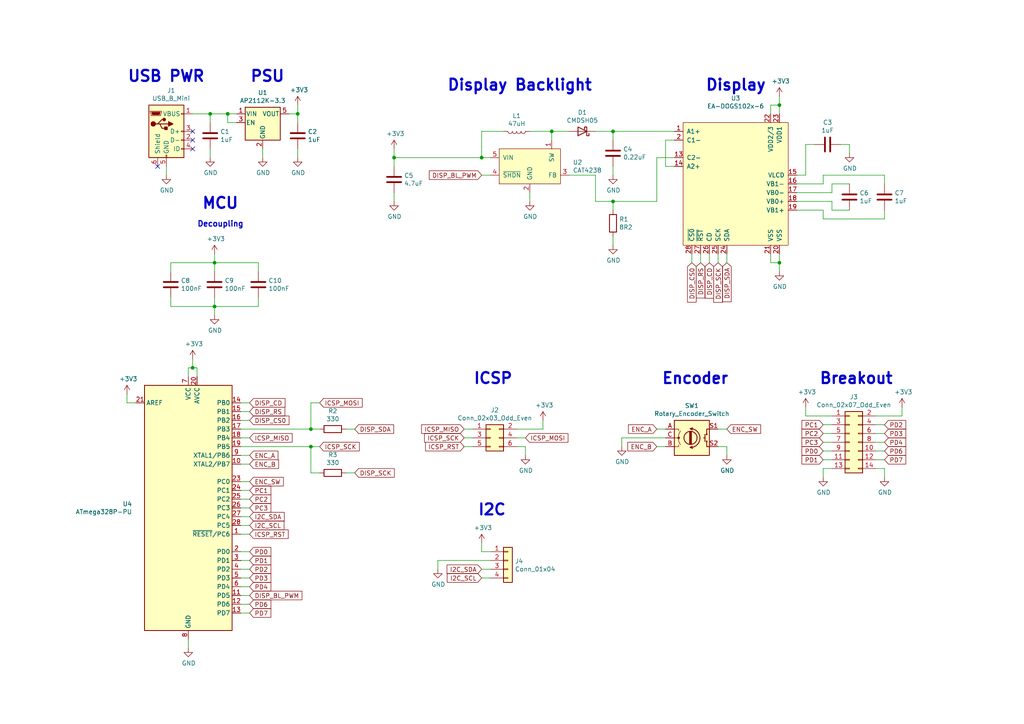
<source format=kicad_sch>
(kicad_sch (version 20211123) (generator eeschema)
  (paper "A4")
  (title_block (title "Clock Generator") (date "2021-10-24") (rev "1") (company "onders.org"))
  (lib_symbols
    (symbol "Connector_Generic:Conn_01x04" (pin_names (offset 1.016) hide)
      (property "Reference" "J" (at 0 5.08 0))
      (property "Value" "Conn_01x04" (at 0 -7.62 0))
      (symbol "Conn_01x04_1_1"
        (rectangle (start -1.27 -4.953) (end 0 -5.207) (stroke (width 0.1524)))
        (rectangle (start -1.27 -2.413) (end 0 -2.667) (stroke (width 0.1524)))
        (rectangle (start -1.27 0.127) (end 0 -0.127) (stroke (width 0.1524)))
        (rectangle (start -1.27 2.667) (end 0 2.413) (stroke (width 0.1524)))
        (rectangle (start -1.27 3.81) (end 1.27 -6.35) (stroke (width 0.254)) (fill (type background)))
        (pin passive line (at -5.08 2.54 0) (length 3.81) (name "Pin_1") (number "1"))
        (pin passive line (at -5.08 0 0) (length 3.81) (name "Pin_2") (number "2"))
        (pin passive line (at -5.08 -2.54 0) (length 3.81) (name "Pin_3") (number "3"))
        (pin passive line (at -5.08 -5.08 0) (length 3.81) (name "Pin_4") (number "4"))
      )
    )
    (symbol "Connector_Generic:Conn_02x03_Odd_Even" (pin_names (offset 1.016) hide)
      (property "Reference" "J" (at 1.27 5.08 0))
      (property "Value" "Conn_02x03_Odd_Even" (at 1.27 -5.08 0))
      (symbol "Conn_02x03_Odd_Even_1_1"
        (rectangle (start -1.27 -2.413) (end 0 -2.667) (stroke (width 0.1524)))
        (rectangle (start -1.27 0.127) (end 0 -0.127) (stroke (width 0.1524)))
        (rectangle (start -1.27 2.667) (end 0 2.413) (stroke (width 0.1524)))
        (rectangle (start -1.27 3.81) (end 3.81 -3.81) (stroke (width 0.254)) (fill (type background)))
        (rectangle (start 3.81 -2.413) (end 2.54 -2.667) (stroke (width 0.1524)))
        (rectangle (start 3.81 0.127) (end 2.54 -0.127) (stroke (width 0.1524)))
        (rectangle (start 3.81 2.667) (end 2.54 2.413) (stroke (width 0.1524)))
        (pin passive line (at -5.08 2.54 0) (length 3.81) (name "Pin_1") (number "1"))
        (pin passive line (at 7.62 2.54 180) (length 3.81) (name "Pin_2") (number "2"))
        (pin passive line (at -5.08 0 0) (length 3.81) (name "Pin_3") (number "3"))
        (pin passive line (at 7.62 0 180) (length 3.81) (name "Pin_4") (number "4"))
        (pin passive line (at -5.08 -2.54 0) (length 3.81) (name "Pin_5") (number "5"))
        (pin passive line (at 7.62 -2.54 180) (length 3.81) (name "Pin_6") (number "6"))
      )
    )
    (symbol "Connector_Generic:Conn_02x07_Odd_Even" (pin_names (offset 1.016) hide)
      (property "Reference" "J" (at 1.27 10.16 0))
      (property "Value" "Conn_02x07_Odd_Even" (at 1.27 -10.16 0))
      (symbol "Conn_02x07_Odd_Even_1_1"
        (rectangle (start -1.27 -7.493) (end 0 -7.747) (stroke (width 0.1524)))
        (rectangle (start -1.27 -4.953) (end 0 -5.207) (stroke (width 0.1524)))
        (rectangle (start -1.27 -2.413) (end 0 -2.667) (stroke (width 0.1524)))
        (rectangle (start -1.27 0.127) (end 0 -0.127) (stroke (width 0.1524)))
        (rectangle (start -1.27 2.667) (end 0 2.413) (stroke (width 0.1524)))
        (rectangle (start -1.27 5.207) (end 0 4.953) (stroke (width 0.1524)))
        (rectangle (start -1.27 7.747) (end 0 7.493) (stroke (width 0.1524)))
        (rectangle (start -1.27 8.89) (end 3.81 -8.89) (stroke (width 0.254)) (fill (type background)))
        (rectangle (start 3.81 -7.493) (end 2.54 -7.747) (stroke (width 0.1524)))
        (rectangle (start 3.81 -4.953) (end 2.54 -5.207) (stroke (width 0.1524)))
        (rectangle (start 3.81 -2.413) (end 2.54 -2.667) (stroke (width 0.1524)))
        (rectangle (start 3.81 0.127) (end 2.54 -0.127) (stroke (width 0.1524)))
        (rectangle (start 3.81 2.667) (end 2.54 2.413) (stroke (width 0.1524)))
        (rectangle (start 3.81 5.207) (end 2.54 4.953) (stroke (width 0.1524)))
        (rectangle (start 3.81 7.747) (end 2.54 7.493) (stroke (width 0.1524)))
        (pin passive line (at -5.08 7.62 0) (length 3.81) (name "Pin_1") (number "1"))
        (pin passive line (at 7.62 -2.54 180) (length 3.81) (name "Pin_10") (number "10"))
        (pin passive line (at -5.08 -5.08 0) (length 3.81) (name "Pin_11") (number "11"))
        (pin passive line (at 7.62 -5.08 180) (length 3.81) (name "Pin_12") (number "12"))
        (pin passive line (at -5.08 -7.62 0) (length 3.81) (name "Pin_13") (number "13"))
        (pin passive line (at 7.62 -7.62 180) (length 3.81) (name "Pin_14") (number "14"))
        (pin passive line (at 7.62 7.62 180) (length 3.81) (name "Pin_2") (number "2"))
        (pin passive line (at -5.08 5.08 0) (length 3.81) (name "Pin_3") (number "3"))
        (pin passive line (at 7.62 5.08 180) (length 3.81) (name "Pin_4") (number "4"))
        (pin passive line (at -5.08 2.54 0) (length 3.81) (name "Pin_5") (number "5"))
        (pin passive line (at 7.62 2.54 180) (length 3.81) (name "Pin_6") (number "6"))
        (pin passive line (at -5.08 0 0) (length 3.81) (name "Pin_7") (number "7"))
        (pin passive line (at 7.62 0 180) (length 3.81) (name "Pin_8") (number "8"))
        (pin passive line (at -5.08 -2.54 0) (length 3.81) (name "Pin_9") (number "9"))
      )
    )
    (symbol "Device:C" (pin_numbers hide) (pin_names (offset 0.254))
      (property "Reference" "C" (at 0.635 2.54 0))
      (property "Value" "C" (at 0.635 -2.54 0))
      (symbol "C_0_1"
        (polyline (pts (xy -2.032 -0.762) (xy 2.032 -0.762)) (stroke (width 0.508)))
        (polyline (pts (xy -2.032 0.762) (xy 2.032 0.762)) (stroke (width 0.508)))
      )
      (symbol "C_1_1"
        (pin passive line (at 0 3.81 270) (length 2.794) (name "~") (number "1"))
        (pin passive line (at 0 -3.81 90) (length 2.794) (name "~") (number "2"))
      )
    )
    (symbol "Device:D_Schottky" (pin_numbers hide) (pin_names (offset 1.016) hide)
      (property "Reference" "D" (at 0 2.54 0))
      (property "Value" "D_Schottky" (at 0 -2.54 0))
      (symbol "D_Schottky_0_1"
        (polyline (pts (xy 1.27 0) (xy -1.27 0)))
        (polyline (pts (xy 1.27 1.27) (xy 1.27 -1.27) (xy -1.27 0) (xy 1.27 1.27)) (stroke (width 0.254)))
        (polyline (pts (xy -1.905 0.635) (xy -1.905 1.27) (xy -1.27 1.27) (xy -1.27 -1.27) (xy -0.635 -1.27) (xy -0.635 -0.635)) (stroke (width 0.254)))
      )
      (symbol "D_Schottky_1_1"
        (pin passive line (at -3.81 0 0) (length 2.54) (name "K") (number "1"))
        (pin passive line (at 3.81 0 180) (length 2.54) (name "A") (number "2"))
      )
    )
    (symbol "Device:L" (pin_numbers hide) (pin_names (offset 1.016) hide)
      (property "Reference" "L" (at -1.27 0 90))
      (property "Value" "L" (at 1.905 0 90))
      (symbol "L_0_1"
        (arc (start 0 -2.54) (mid 0.635 -1.905) (end 0 -1.27))
        (arc (start 0 -1.27) (mid 0.635 -0.635) (end 0 0))
        (arc (start 0 0) (mid 0.635 0.635) (end 0 1.27))
        (arc (start 0 1.27) (mid 0.635 1.905) (end 0 2.54))
      )
      (symbol "L_1_1"
        (pin passive line (at 0 3.81 270) (length 1.27) (name "1") (number "1"))
        (pin passive line (at 0 -3.81 90) (length 1.27) (name "2") (number "2"))
      )
    )
    (symbol "Device:R" (pin_numbers hide) (pin_names (offset 0))
      (property "Reference" "R" (at 2.032 0 90))
      (property "Value" "R" (at 0 0 90))
      (symbol "R_0_1"
        (rectangle (start -1.016 -2.54) (end 1.016 2.54) (stroke (width 0.254)))
      )
      (symbol "R_1_1"
        (pin passive line (at 0 3.81 270) (length 1.27) (name "~") (number "1"))
        (pin passive line (at 0 -3.81 90) (length 1.27) (name "~") (number "2"))
      )
    )
    (symbol "Device:RotaryEncoder_Switch" (pin_names (offset 0.254) hide)
      (property "Reference" "SW" (at 0 6.604 0))
      (property "Value" "RotaryEncoder_Switch" (at 0 -6.604 0))
      (symbol "RotaryEncoder_Switch_0_1"
        (rectangle (start -5.08 5.08) (end 5.08 -5.08) (stroke (width 0.254)) (fill (type background)))
        (circle (center -3.81 0) (radius 0.254) (fill (type outline)))
        (arc (start -0.381 -2.794) (mid 2.3622 -0.0508) (end -0.381 2.667) (stroke (width 0.254)))
        (circle (center -0.381 0) (radius 1.905) (stroke (width 0.254)))
        (polyline (pts (xy -0.635 -1.778) (xy -0.635 1.778)) (stroke (width 0.254)))
        (polyline (pts (xy -0.381 -1.778) (xy -0.381 1.778)) (stroke (width 0.254)))
        (polyline (pts (xy -0.127 1.778) (xy -0.127 -1.778)) (stroke (width 0.254)))
        (polyline (pts (xy 3.81 0) (xy 3.429 0)) (stroke (width 0.254)))
        (polyline (pts (xy 3.81 1.016) (xy 3.81 -1.016)) (stroke (width 0.254)))
        (polyline (pts (xy -5.08 -2.54) (xy -3.81 -2.54) (xy -3.81 -2.032)))
        (polyline (pts (xy -5.08 2.54) (xy -3.81 2.54) (xy -3.81 2.032)))
        (polyline (pts (xy 0.254 -3.048) (xy -0.508 -2.794) (xy 0.127 -2.413)) (stroke (width 0.254)))
        (polyline (pts (xy 0.254 2.921) (xy -0.508 2.667) (xy 0.127 2.286)) (stroke (width 0.254)))
        (polyline (pts (xy 5.08 -2.54) (xy 4.318 -2.54) (xy 4.318 -1.016)) (stroke (width 0.254)))
        (polyline (pts (xy 5.08 2.54) (xy 4.318 2.54) (xy 4.318 1.016)) (stroke (width 0.254)))
        (polyline (pts (xy -5.08 0) (xy -3.81 0) (xy -3.81 -1.016) (xy -3.302 -2.032)))
        (polyline (pts (xy -4.318 0) (xy -3.81 0) (xy -3.81 1.016) (xy -3.302 2.032)))
        (circle (center 4.318 -1.016) (radius 0.127) (stroke (width 0.254)))
        (circle (center 4.318 1.016) (radius 0.127) (stroke (width 0.254)))
      )
      (symbol "RotaryEncoder_Switch_1_1"
        (pin passive line (at -7.62 2.54 0) (length 2.54) (name "A") (number "A"))
        (pin passive line (at -7.62 -2.54 0) (length 2.54) (name "B") (number "B"))
        (pin passive line (at -7.62 0 0) (length 2.54) (name "C") (number "C"))
        (pin passive line (at 7.62 2.54 180) (length 2.54) (name "S1") (number "S1"))
        (pin passive line (at 7.62 -2.54 180) (length 2.54) (name "S2") (number "S2"))
      )
    )
    (symbol "clock_gen-rescue:AP2112K-3.3-Regulator_Linear" (pin_names (offset 0.254))
      (property "Reference" "U" (at -5.08 5.715 0))
      (property "Value" "AP2112K-3.3-Regulator_Linear" (at 0 5.715 0))
      (symbol "AP2112K-3.3-Regulator_Linear_0_1"
        (rectangle (start -5.08 4.445) (end 5.08 -5.08) (stroke (width 0.254)) (fill (type background)))
      )
      (symbol "AP2112K-3.3-Regulator_Linear_1_1"
        (pin power_in line (at -7.62 2.54 0) (length 2.54) (name "VIN") (number "1"))
        (pin power_in line (at 0 -7.62 90) (length 2.54) (name "GND") (number "2"))
        (pin input line (at -7.62 0 0) (length 2.54) (name "EN") (number "3"))
        (pin no_connect line (at 7.62 0 180) (length 2.54) hide (name "NC") (number "4"))
        (pin power_out line (at 7.62 2.54 180) (length 2.54) (name "VOUT") (number "5"))
      )
    )
    (symbol "clock_gen-rescue:ATmega328P-PU-MCU_Microchip_ATmega"
      (property "Reference" "U" (at -12.7 36.83 0))
      (property "Value" "ATmega328P-PU-MCU_Microchip_ATmega" (at 2.54 -36.83 0))
      (symbol "ATmega328P-PU-MCU_Microchip_ATmega_0_1"
        (rectangle (start -12.7 -35.56) (end 12.7 35.56) (stroke (width 0.254)) (fill (type background)))
      )
      (symbol "ATmega328P-PU-MCU_Microchip_ATmega_1_1"
        (pin tri_state line (at 15.24 -7.62 180) (length 2.54) (name "~{RESET}/PC6") (number "1"))
        (pin tri_state line (at 15.24 12.7 180) (length 2.54) (name "XTAL2/PB7") (number "10"))
        (pin tri_state line (at 15.24 -25.4 180) (length 2.54) (name "PD5") (number "11"))
        (pin tri_state line (at 15.24 -27.94 180) (length 2.54) (name "PD6") (number "12"))
        (pin tri_state line (at 15.24 -30.48 180) (length 2.54) (name "PD7") (number "13"))
        (pin tri_state line (at 15.24 30.48 180) (length 2.54) (name "PB0") (number "14"))
        (pin tri_state line (at 15.24 27.94 180) (length 2.54) (name "PB1") (number "15"))
        (pin tri_state line (at 15.24 25.4 180) (length 2.54) (name "PB2") (number "16"))
        (pin tri_state line (at 15.24 22.86 180) (length 2.54) (name "PB3") (number "17"))
        (pin tri_state line (at 15.24 20.32 180) (length 2.54) (name "PB4") (number "18"))
        (pin tri_state line (at 15.24 17.78 180) (length 2.54) (name "PB5") (number "19"))
        (pin tri_state line (at 15.24 -12.7 180) (length 2.54) (name "PD0") (number "2"))
        (pin power_in line (at 2.54 38.1 270) (length 2.54) (name "AVCC") (number "20"))
        (pin passive line (at -15.24 30.48 0) (length 2.54) (name "AREF") (number "21"))
        (pin passive line (at 0 -38.1 90) (length 2.54) hide (name "GND") (number "22"))
        (pin tri_state line (at 15.24 7.62 180) (length 2.54) (name "PC0") (number "23"))
        (pin tri_state line (at 15.24 5.08 180) (length 2.54) (name "PC1") (number "24"))
        (pin tri_state line (at 15.24 2.54 180) (length 2.54) (name "PC2") (number "25"))
        (pin tri_state line (at 15.24 0 180) (length 2.54) (name "PC3") (number "26"))
        (pin tri_state line (at 15.24 -2.54 180) (length 2.54) (name "PC4") (number "27"))
        (pin tri_state line (at 15.24 -5.08 180) (length 2.54) (name "PC5") (number "28"))
        (pin tri_state line (at 15.24 -15.24 180) (length 2.54) (name "PD1") (number "3"))
        (pin tri_state line (at 15.24 -17.78 180) (length 2.54) (name "PD2") (number "4"))
        (pin tri_state line (at 15.24 -20.32 180) (length 2.54) (name "PD3") (number "5"))
        (pin tri_state line (at 15.24 -22.86 180) (length 2.54) (name "PD4") (number "6"))
        (pin power_in line (at 0 38.1 270) (length 2.54) (name "VCC") (number "7"))
        (pin power_in line (at 0 -38.1 90) (length 2.54) (name "GND") (number "8"))
        (pin tri_state line (at 15.24 15.24 180) (length 2.54) (name "XTAL1/PB6") (number "9"))
      )
    )
    (symbol "clock_gen-rescue:USB_B_Mini-Connector" (pin_names (offset 1.016))
      (property "Reference" "J" (at -5.08 11.43 0))
      (property "Value" "USB_B_Mini-Connector" (at -5.08 8.89 0))
      (symbol "USB_B_Mini-Connector_0_1"
        (rectangle (start -5.08 -7.62) (end 5.08 7.62) (stroke (width 0.254)) (fill (type background)))
        (circle (center -3.81 2.159) (radius 0.635) (stroke (width 0.254)) (fill (type outline)))
        (circle (center -0.635 3.429) (radius 0.381) (stroke (width 0.254)) (fill (type outline)))
        (rectangle (start -0.127 -7.62) (end 0.127 -6.858))
        (polyline (pts (xy -1.905 2.159) (xy 0.635 2.159)) (stroke (width 0.254)))
        (polyline (pts (xy -3.175 2.159) (xy -2.54 2.159) (xy -1.27 3.429) (xy -0.635 3.429)) (stroke (width 0.254)))
        (polyline (pts (xy -2.54 2.159) (xy -1.905 2.159) (xy -1.27 0.889) (xy 0 0.889)) (stroke (width 0.254)))
        (polyline (pts (xy 0.635 2.794) (xy 0.635 1.524) (xy 1.905 2.159) (xy 0.635 2.794)) (stroke (width 0.254)) (fill (type outline)))
        (polyline (pts (xy -4.318 5.588) (xy -1.778 5.588) (xy -2.032 4.826) (xy -4.064 4.826) (xy -4.318 5.588)) (fill (type outline)))
        (polyline (pts (xy -4.699 5.842) (xy -4.699 5.588) (xy -4.445 4.826) (xy -4.445 4.572) (xy -1.651 4.572) (xy -1.651 4.826) (xy -1.397 5.588) (xy -1.397 5.842) (xy -4.699 5.842)))
        (rectangle (start 0.254 1.27) (end -0.508 0.508) (stroke (width 0.254)) (fill (type outline)))
        (rectangle (start 5.08 -5.207) (end 4.318 -4.953))
        (rectangle (start 5.08 -2.667) (end 4.318 -2.413))
        (rectangle (start 5.08 -0.127) (end 4.318 0.127))
        (rectangle (start 5.08 4.953) (end 4.318 5.207))
      )
      (symbol "USB_B_Mini-Connector_1_1"
        (pin power_out line (at 7.62 5.08 180) (length 2.54) (name "VBUS") (number "1"))
        (pin passive line (at 7.62 -2.54 180) (length 2.54) (name "D-") (number "2"))
        (pin passive line (at 7.62 0 180) (length 2.54) (name "D+") (number "3"))
        (pin passive line (at 7.62 -5.08 180) (length 2.54) (name "ID") (number "4"))
        (pin power_out line (at 0 -10.16 90) (length 2.54) (name "GND") (number "5"))
        (pin passive line (at -2.54 -10.16 90) (length 2.54) (name "Shield") (number "6"))
      )
    )
    (symbol "fingas_parts:CAT4238" (pin_names (offset 1.016))
      (property "Reference" "U" (at 0 6.35 0))
      (property "Value" "fingas_parts_CAT4238" (at 6.35 -6.35 0))
      (symbol "CAT4238_0_1"
        (rectangle (start -8.89 5.08) (end 8.89 -5.08) (fill (type background)))
      )
      (symbol "CAT4238_1_1"
        (pin power_out line (at 6.35 7.62 270) (length 2.54) (name "SW") (number "1"))
        (pin input line (at 0 -7.62 90) (length 2.54) (name "GND") (number "2"))
        (pin input line (at 11.43 -2.54 180) (length 2.54) (name "FB") (number "3"))
        (pin input line (at -11.43 -2.54 0) (length 2.54) (name "~{SHDN}") (number "4"))
        (pin power_in line (at -11.43 2.54 0) (length 2.54) (name "VIN") (number "5"))
      )
    )
    (symbol "fingas_parts:EA-DOGS102x-6" (pin_names (offset 1.016))
      (property "Reference" "U" (at -13.97 19.05 0))
      (property "Value" "fingas_parts_EA-DOGS102x-6" (at -1.27 19.05 0))
      (symbol "EA-DOGS102x-6_0_1"
        (rectangle (start 15.24 17.78) (end -15.24 -17.78) (fill (type background)))
      )
      (symbol "EA-DOGS102x-6_1_1"
        (pin input line (at -17.78 15.24 0) (length 2.54) (name "A1+") (number "1"))
        (pin input line (at -17.78 7.62 0) (length 2.54) (name "C2-") (number "13"))
        (pin tri_state line (at -17.78 5.08 0) (length 2.54) (name "A2+") (number "14"))
        (pin input line (at 17.78 2.54 180) (length 2.54) (name "VLCD") (number "15"))
        (pin power_out line (at 17.78 0 180) (length 2.54) (name "VB1-") (number "16"))
        (pin power_out line (at 17.78 -2.54 180) (length 2.54) (name "VB0-") (number "17"))
        (pin power_out line (at 17.78 -5.08 180) (length 2.54) (name "VB0+") (number "18"))
        (pin power_out line (at 17.78 -7.62 180) (length 2.54) (name "VB1+") (number "19"))
        (pin tri_state line (at -17.78 12.7 0) (length 2.54) (name "C1-") (number "2"))
        (pin input line (at 12.7 -20.32 90) (length 2.54) (name "VSS") (number "20"))
        (pin input line (at 10.16 -20.32 90) (length 2.54) (name "VSS") (number "21"))
        (pin power_in line (at 10.16 20.32 270) (length 2.54) (name "VDD2/3") (number "22"))
        (pin power_in line (at 12.7 20.32 270) (length 2.54) (name "VDD1") (number "23"))
        (pin input line (at -2.54 -20.32 90) (length 2.54) (name "SDA") (number "24"))
        (pin input line (at -5.08 -20.32 90) (length 2.54) (name "SCK") (number "25"))
        (pin input line (at -7.62 -20.32 90) (length 2.54) (name "CD") (number "26"))
        (pin input line (at -10.16 -20.32 90) (length 2.54) (name "~{RST}") (number "27"))
        (pin input line (at -12.7 -20.32 90) (length 2.54) (name "~{CS0}") (number "28"))
      )
    )
    (symbol "power:+3.3V" (power) (pin_names (offset 0))
      (property "Value" "+3.3V" (at 0 3.556 0))
      (symbol "+3.3V_0_1"
        (polyline (pts (xy -0.762 1.27) (xy 0 2.54)))
        (polyline (pts (xy 0 0) (xy 0 2.54)))
        (polyline (pts (xy 0 2.54) (xy 0.762 1.27)))
      )
      (symbol "+3.3V_1_1"
        (pin power_in line (at 0 0 90) (length 0) hide (name "+3V3") (number "1"))
      )
    )
    (symbol "power:GND" (power) (pin_names (offset 0))
      (property "Value" "GND" (at 0 -3.81 0))
      (symbol "GND_0_1"
        (polyline (pts (xy 0 0) (xy 0 -1.27) (xy 1.27 -1.27) (xy 0 -2.54) (xy -1.27 -1.27) (xy 0 -1.27)))
      )
      (symbol "GND_1_1"
        (pin power_in line (at 0 0 270) (length 0) hide (name "GND") (number "1"))
      )
    )
  )
  (junction (at 177.8 38.1))
  (junction (at 66.04 33.02))
  (junction (at 55.88 106.68))
  (junction (at 90.17 124.46))
  (junction (at 86.36 33.02))
  (junction (at 60.96 33.02))
  (junction (at 62.23 88.9))
  (junction (at 62.23 76.2))
  (junction (at 160.02 38.1))
  (junction (at 114.3 45.72))
  (junction (at 139.7 45.72))
  (junction (at 226.06 76.2))
  (junction (at 177.8 58.42))
  (junction (at 90.17 129.54))
  (junction (at 226.06 30.48))
  (no_connect (at 55.88 40.64))
  (no_connect (at 45.72 48.26))
  (no_connect (at 55.88 38.1))
  (no_connect (at 55.88 43.18))
  (wire (pts (xy 195.58 45.72) (xy 190.5 45.72)))
  (wire (pts (xy 153.67 55.88) (xy 153.67 58.42)))
  (wire (pts (xy 172.72 38.1) (xy 177.8 38.1)))
  (wire (pts (xy 238.76 135.89) (xy 238.76 138.43)))
  (wire (pts (xy 62.23 86.36) (xy 62.23 88.9)))
  (wire (pts (xy 241.3 53.34) (xy 241.3 55.88)))
  (wire (pts (xy 139.7 157.48) (xy 139.7 160.02)))
  (wire (pts (xy 254 128.27) (xy 256.54 128.27)))
  (wire (pts (xy 92.71 137.16) (xy 90.17 137.16)))
  (wire (pts (xy 238.76 128.27) (xy 241.3 128.27)))
  (wire (pts (xy 102.87 137.16) (xy 100.33 137.16)))
  (wire (pts (xy 195.58 48.26) (xy 193.04 48.26)))
  (wire (pts (xy 177.8 68.58) (xy 177.8 71.12)))
  (wire (pts (xy 69.85 134.62) (xy 72.39 134.62)))
  (wire (pts (xy 231.14 58.42) (xy 241.3 58.42)))
  (wire (pts (xy 254 125.73) (xy 256.54 125.73)))
  (wire (pts (xy 134.62 127) (xy 137.16 127)))
  (wire (pts (xy 241.3 58.42) (xy 241.3 60.96)))
  (wire (pts (xy 226.06 27.94) (xy 226.06 30.48)))
  (wire (pts (xy 190.5 45.72) (xy 190.5 58.42)))
  (wire (pts (xy 233.68 41.91) (xy 236.22 41.91)))
  (wire (pts (xy 66.04 33.02) (xy 68.58 33.02)))
  (wire (pts (xy 102.87 124.46) (xy 100.33 124.46)))
  (wire (pts (xy 69.85 162.56) (xy 72.39 162.56)))
  (wire (pts (xy 139.7 160.02) (xy 142.24 160.02)))
  (wire (pts (xy 160.02 38.1) (xy 165.1 38.1)))
  (wire (pts (xy 256.54 63.5) (xy 256.54 60.96)))
  (wire (pts (xy 177.8 58.42) (xy 177.8 60.96)))
  (wire (pts (xy 208.28 129.54) (xy 210.82 129.54)))
  (wire (pts (xy 36.83 116.84) (xy 39.37 116.84)))
  (wire (pts (xy 62.23 73.66) (xy 62.23 76.2)))
  (wire (pts (xy 69.85 127) (xy 72.39 127)))
  (wire (pts (xy 72.39 154.94) (xy 69.85 154.94)))
  (wire (pts (xy 142.24 45.72) (xy 139.7 45.72)))
  (wire (pts (xy 55.88 106.68) (xy 54.61 106.68)))
  (wire (pts (xy 261.62 120.65) (xy 261.62 118.11)))
  (wire (pts (xy 69.85 139.7) (xy 72.39 139.7)))
  (wire (pts (xy 83.82 33.02) (xy 86.36 33.02)))
  (wire (pts (xy 90.17 116.84) (xy 92.71 116.84)))
  (wire (pts (xy 69.85 152.4) (xy 72.39 152.4)))
  (wire (pts (xy 177.8 38.1) (xy 177.8 40.64)))
  (wire (pts (xy 69.85 175.26) (xy 72.39 175.26)))
  (wire (pts (xy 86.36 33.02) (xy 86.36 35.56)))
  (wire (pts (xy 226.06 73.66) (xy 226.06 76.2)))
  (wire (pts (xy 74.93 88.9) (xy 74.93 86.36)))
  (wire (pts (xy 69.85 172.72) (xy 72.39 172.72)))
  (wire (pts (xy 62.23 88.9) (xy 49.53 88.9)))
  (wire (pts (xy 86.36 30.48) (xy 86.36 33.02)))
  (wire (pts (xy 139.7 45.72) (xy 139.7 38.1)))
  (wire (pts (xy 190.5 129.54) (xy 193.04 129.54)))
  (wire (pts (xy 172.72 58.42) (xy 177.8 58.42)))
  (wire (pts (xy 139.7 38.1) (xy 146.05 38.1)))
  (wire (pts (xy 226.06 30.48) (xy 226.06 33.02)))
  (wire (pts (xy 149.86 124.46) (xy 157.48 124.46)))
  (wire (pts (xy 231.14 60.96) (xy 238.76 60.96)))
  (wire (pts (xy 241.3 60.96) (xy 246.38 60.96)))
  (wire (pts (xy 256.54 50.8) (xy 238.76 50.8)))
  (wire (pts (xy 233.68 118.11) (xy 233.68 120.65)))
  (wire (pts (xy 139.7 45.72) (xy 114.3 45.72)))
  (wire (pts (xy 254 123.19) (xy 256.54 123.19)))
  (wire (pts (xy 62.23 76.2) (xy 74.93 76.2)))
  (wire (pts (xy 90.17 124.46) (xy 92.71 124.46)))
  (wire (pts (xy 57.15 109.22) (xy 57.15 106.68)))
  (wire (pts (xy 208.28 124.46) (xy 210.82 124.46)))
  (wire (pts (xy 160.02 38.1) (xy 160.02 40.64)))
  (wire (pts (xy 238.76 53.34) (xy 231.14 53.34)))
  (wire (pts (xy 254 135.89) (xy 256.54 135.89)))
  (wire (pts (xy 57.15 106.68) (xy 55.88 106.68)))
  (wire (pts (xy 157.48 124.46) (xy 157.48 121.92)))
  (wire (pts (xy 190.5 124.46) (xy 193.04 124.46)))
  (wire (pts (xy 68.58 35.56) (xy 66.04 35.56)))
  (wire (pts (xy 62.23 88.9) (xy 62.23 91.44)))
  (wire (pts (xy 238.76 125.73) (xy 241.3 125.73)))
  (wire (pts (xy 254 133.35) (xy 256.54 133.35)))
  (wire (pts (xy 238.76 63.5) (xy 256.54 63.5)))
  (wire (pts (xy 172.72 50.8) (xy 172.72 58.42)))
  (wire (pts (xy 256.54 53.34) (xy 256.54 50.8)))
  (wire (pts (xy 86.36 43.18) (xy 86.36 45.72)))
  (wire (pts (xy 246.38 41.91) (xy 246.38 44.45)))
  (wire (pts (xy 69.85 160.02) (xy 72.39 160.02)))
  (wire (pts (xy 62.23 88.9) (xy 74.93 88.9)))
  (wire (pts (xy 238.76 133.35) (xy 241.3 133.35)))
  (wire (pts (xy 60.96 33.02) (xy 60.96 35.56)))
  (wire (pts (xy 69.85 149.86) (xy 72.39 149.86)))
  (wire (pts (xy 69.85 170.18) (xy 72.39 170.18)))
  (wire (pts (xy 76.2 43.18) (xy 76.2 45.72)))
  (wire (pts (xy 254 120.65) (xy 261.62 120.65)))
  (wire (pts (xy 203.2 73.66) (xy 203.2 76.2)))
  (wire (pts (xy 69.85 124.46) (xy 90.17 124.46)))
  (wire (pts (xy 177.8 48.26) (xy 177.8 50.8)))
  (wire (pts (xy 254 130.81) (xy 256.54 130.81)))
  (wire (pts (xy 69.85 167.64) (xy 72.39 167.64)))
  (wire (pts (xy 223.52 76.2) (xy 226.06 76.2)))
  (wire (pts (xy 60.96 43.18) (xy 60.96 45.72)))
  (wire (pts (xy 208.28 76.2) (xy 208.28 73.66)))
  (wire (pts (xy 54.61 109.22) (xy 54.61 106.68)))
  (wire (pts (xy 233.68 50.8) (xy 233.68 41.91)))
  (wire (pts (xy 226.06 30.48) (xy 223.52 30.48)))
  (wire (pts (xy 69.85 144.78) (xy 72.39 144.78)))
  (wire (pts (xy 238.76 135.89) (xy 241.3 135.89)))
  (wire (pts (xy 90.17 129.54) (xy 90.17 137.16)))
  (wire (pts (xy 256.54 135.89) (xy 256.54 138.43)))
  (wire (pts (xy 49.53 76.2) (xy 49.53 78.74)))
  (wire (pts (xy 134.62 124.46) (xy 137.16 124.46)))
  (wire (pts (xy 223.52 73.66) (xy 223.52 76.2)))
  (wire (pts (xy 226.06 76.2) (xy 226.06 78.74)))
  (wire (pts (xy 238.76 60.96) (xy 238.76 63.5)))
  (wire (pts (xy 153.67 38.1) (xy 160.02 38.1)))
  (wire (pts (xy 139.7 167.64) (xy 142.24 167.64)))
  (wire (pts (xy 193.04 127) (xy 180.34 127)))
  (wire (pts (xy 36.83 114.3) (xy 36.83 116.84)))
  (wire (pts (xy 233.68 120.65) (xy 241.3 120.65)))
  (wire (pts (xy 195.58 38.1) (xy 177.8 38.1)))
  (wire (pts (xy 69.85 132.08) (xy 72.39 132.08)))
  (wire (pts (xy 149.86 127) (xy 152.4 127)))
  (wire (pts (xy 127 162.56) (xy 127 165.1)))
  (wire (pts (xy 114.3 55.88) (xy 114.3 58.42)))
  (wire (pts (xy 62.23 76.2) (xy 49.53 76.2)))
  (wire (pts (xy 69.85 165.1) (xy 72.39 165.1)))
  (wire (pts (xy 200.66 76.2) (xy 200.66 73.66)))
  (wire (pts (xy 190.5 58.42) (xy 177.8 58.42)))
  (wire (pts (xy 66.04 35.56) (xy 66.04 33.02)))
  (wire (pts (xy 134.62 129.54) (xy 137.16 129.54)))
  (wire (pts (xy 74.93 76.2) (xy 74.93 78.74)))
  (wire (pts (xy 69.85 119.38) (xy 72.39 119.38)))
  (wire (pts (xy 54.61 185.42) (xy 54.61 187.96)))
  (wire (pts (xy 60.96 33.02) (xy 66.04 33.02)))
  (wire (pts (xy 238.76 50.8) (xy 238.76 53.34)))
  (wire (pts (xy 243.84 41.91) (xy 246.38 41.91)))
  (wire (pts (xy 193.04 48.26) (xy 193.04 40.64)))
  (wire (pts (xy 180.34 127) (xy 180.34 129.54)))
  (wire (pts (xy 69.85 129.54) (xy 90.17 129.54)))
  (wire (pts (xy 231.14 50.8) (xy 233.68 50.8)))
  (wire (pts (xy 241.3 55.88) (xy 231.14 55.88)))
  (wire (pts (xy 193.04 40.64) (xy 195.58 40.64)))
  (wire (pts (xy 223.52 30.48) (xy 223.52 33.02)))
  (wire (pts (xy 238.76 130.81) (xy 241.3 130.81)))
  (wire (pts (xy 60.96 33.02) (xy 55.88 33.02)))
  (wire (pts (xy 142.24 50.8) (xy 139.7 50.8)))
  (wire (pts (xy 72.39 121.92) (xy 69.85 121.92)))
  (wire (pts (xy 114.3 45.72) (xy 114.3 48.26)))
  (wire (pts (xy 149.86 129.54) (xy 152.4 129.54)))
  (wire (pts (xy 114.3 43.18) (xy 114.3 45.72)))
  (wire (pts (xy 165.1 50.8) (xy 172.72 50.8)))
  (wire (pts (xy 90.17 116.84) (xy 90.17 124.46)))
  (wire (pts (xy 210.82 129.54) (xy 210.82 132.08)))
  (wire (pts (xy 48.26 48.26) (xy 48.26 50.8)))
  (wire (pts (xy 62.23 76.2) (xy 62.23 78.74)))
  (wire (pts (xy 49.53 88.9) (xy 49.53 86.36)))
  (wire (pts (xy 69.85 142.24) (xy 72.39 142.24)))
  (wire (pts (xy 69.85 177.8) (xy 72.39 177.8)))
  (wire (pts (xy 142.24 165.1) (xy 139.7 165.1)))
  (wire (pts (xy 72.39 116.84) (xy 69.85 116.84)))
  (wire (pts (xy 69.85 147.32) (xy 72.39 147.32)))
  (wire (pts (xy 238.76 123.19) (xy 241.3 123.19)))
  (wire (pts (xy 205.74 76.2) (xy 205.74 73.66)))
  (wire (pts (xy 92.71 129.54) (xy 90.17 129.54)))
  (wire (pts (xy 152.4 129.54) (xy 152.4 132.08)))
  (wire (pts (xy 55.88 106.68) (xy 55.88 104.14)))
  (wire (pts (xy 142.24 162.56) (xy 127 162.56)))
  (wire (pts (xy 210.82 73.66) (xy 210.82 76.2)))
  (wire (pts (xy 246.38 53.34) (xy 241.3 53.34)))
  (text "MCU" (at 58.42 60.96 0) (effects (font (size 3.175 3.175) (thickness 0.635) bold) (justify left bottom)))
  (text "ICSP" (at 137.16 111.76 0) (effects (font (size 3.175 3.175) (thickness 0.635) bold) (justify left bottom)))
  (text "USB PWR" (at 36.83 24.13 0) (effects (font (size 3.175 3.175) (thickness 0.635) bold) (justify left bottom)))
  (text "Decoupling" (at 57.15 66.04 0) (effects (font (size 1.6002 1.6002) (thickness 0.32) bold) (justify left bottom)))
  (text "Breakout" (at 237.49 111.76 0) (effects (font (size 3.175 3.175) (thickness 0.635) bold) (justify left bottom)))
  (text "Display Backlight" (at 129.54 26.67 0) (effects (font (size 3.175 3.175) (thickness 0.635) bold) (justify left bottom)))
  (text "Display" (at 204.47 26.67 0) (effects (font (size 3.175 3.175) (thickness 0.635) bold) (justify left bottom)))
  (text "Encoder" (at 191.77 111.76 0) (effects (font (size 3.175 3.175) (thickness 0.635) bold) (justify left bottom)))
  (text "I2C" (at 138.43 149.86 0) (effects (font (size 3.175 3.175) (thickness 0.635) bold) (justify left bottom)))
  (text "PSU" (at 72.39 24.13 0) (effects (font (size 3.175 3.175) (thickness 0.635) bold) (justify left bottom)))
  (global_label "PC2" (shape input) (at 238.76 125.73 180) (property "Intersheet References" "${INTERSHEET_REFS}" (effects hide)))
  (global_label "DISP_CS0" (shape input) (at 200.66 76.2 270) (property "Intersheet References" "${INTERSHEET_REFS}" (effects hide)))
  (global_label "ICSP_RST" (shape input) (at 72.39 154.94 0) (property "Intersheet References" "${INTERSHEET_REFS}" (effects hide)))
  (global_label "DISP_SCK" (shape input) (at 102.87 137.16 0) (property "Intersheet References" "${INTERSHEET_REFS}" (effects hide)))
  (global_label "PD6" (shape input) (at 256.54 130.81 0) (property "Intersheet References" "${INTERSHEET_REFS}" (effects hide)))
  (global_label "ICSP_RST" (shape input) (at 134.62 129.54 180) (property "Intersheet References" "${INTERSHEET_REFS}" (effects hide)))
  (global_label "PD7" (shape input) (at 72.39 177.8 0) (property "Intersheet References" "${INTERSHEET_REFS}" (effects hide)))
  (global_label "PD1" (shape input) (at 238.76 133.35 180) (property "Intersheet References" "${INTERSHEET_REFS}" (effects hide)))
  (global_label "ICSP_MISO" (shape input) (at 72.39 127 0) (property "Intersheet References" "${INTERSHEET_REFS}" (effects hide)))
  (global_label "PC1" (shape input) (at 72.39 142.24 0) (property "Intersheet References" "${INTERSHEET_REFS}" (effects hide)))
  (global_label "PD7" (shape input) (at 256.54 133.35 0) (property "Intersheet References" "${INTERSHEET_REFS}" (effects hide)))
  (global_label "ICSP_MOSI" (shape input) (at 92.71 116.84 0) (property "Intersheet References" "${INTERSHEET_REFS}" (effects hide)))
  (global_label "PC3" (shape input) (at 238.76 128.27 180) (property "Intersheet References" "${INTERSHEET_REFS}" (effects hide)))
  (global_label "ICSP_SCK" (shape input) (at 134.62 127 180) (property "Intersheet References" "${INTERSHEET_REFS}" (effects hide)))
  (global_label "PD6" (shape input) (at 72.39 175.26 0) (property "Intersheet References" "${INTERSHEET_REFS}" (effects hide)))
  (global_label "I2C_SDA" (shape input) (at 139.7 165.1 180) (property "Intersheet References" "${INTERSHEET_REFS}" (effects hide)))
  (global_label "DISP_SCK" (shape input) (at 208.28 76.2 270) (property "Intersheet References" "${INTERSHEET_REFS}" (effects hide)))
  (global_label "ENC_A" (shape input) (at 72.39 132.08 0) (property "Intersheet References" "${INTERSHEET_REFS}" (effects hide)))
  (global_label "DISP_SDA" (shape input) (at 102.87 124.46 0) (property "Intersheet References" "${INTERSHEET_REFS}" (effects hide)))
  (global_label "DISP_CD" (shape input) (at 205.74 76.2 270) (property "Intersheet References" "${INTERSHEET_REFS}" (effects hide)))
  (global_label "ENC_SW" (shape input) (at 210.82 124.46 0) (property "Intersheet References" "${INTERSHEET_REFS}" (effects hide)))
  (global_label "PD4" (shape input) (at 72.39 170.18 0) (property "Intersheet References" "${INTERSHEET_REFS}" (effects hide)))
  (global_label "PD2" (shape input) (at 72.39 165.1 0) (property "Intersheet References" "${INTERSHEET_REFS}" (effects hide)))
  (global_label "DISP_RS" (shape input) (at 72.39 119.38 0) (property "Intersheet References" "${INTERSHEET_REFS}" (effects hide)))
  (global_label "DISP_CD" (shape input) (at 72.39 116.84 0) (property "Intersheet References" "${INTERSHEET_REFS}" (effects hide)))
  (global_label "ICSP_SCK" (shape input) (at 92.71 129.54 0) (property "Intersheet References" "${INTERSHEET_REFS}" (effects hide)))
  (global_label "PD0" (shape input) (at 238.76 130.81 180) (property "Intersheet References" "${INTERSHEET_REFS}" (effects hide)))
  (global_label "PC1" (shape input) (at 238.76 123.19 180) (property "Intersheet References" "${INTERSHEET_REFS}" (effects hide)))
  (global_label "ICSP_MOSI" (shape input) (at 152.4 127 0) (property "Intersheet References" "${INTERSHEET_REFS}" (effects hide)))
  (global_label "ENC_A" (shape input) (at 190.5 124.46 180) (property "Intersheet References" "${INTERSHEET_REFS}" (effects hide)))
  (global_label "DISP_BL_PWM" (shape input) (at 139.7 50.8 180) (property "Intersheet References" "${INTERSHEET_REFS}" (effects hide)))
  (global_label "I2C_SCL" (shape input) (at 139.7 167.64 180) (property "Intersheet References" "${INTERSHEET_REFS}" (effects hide)))
  (global_label "I2C_SCL" (shape input) (at 72.39 152.4 0) (property "Intersheet References" "${INTERSHEET_REFS}" (effects hide)))
  (global_label "PD2" (shape input) (at 256.54 123.19 0) (property "Intersheet References" "${INTERSHEET_REFS}" (effects hide)))
  (global_label "DISP_SDA" (shape input) (at 210.82 76.2 270) (property "Intersheet References" "${INTERSHEET_REFS}" (effects hide)))
  (global_label "DISP_CS0" (shape input) (at 72.39 121.92 0) (property "Intersheet References" "${INTERSHEET_REFS}" (effects hide)))
  (global_label "PD4" (shape input) (at 256.54 128.27 0) (property "Intersheet References" "${INTERSHEET_REFS}" (effects hide)))
  (global_label "ENC_B" (shape input) (at 190.5 129.54 180) (property "Intersheet References" "${INTERSHEET_REFS}" (effects hide)))
  (global_label "PD3" (shape input) (at 256.54 125.73 0) (property "Intersheet References" "${INTERSHEET_REFS}" (effects hide)))
  (global_label "ENC_SW" (shape input) (at 72.39 139.7 0) (property "Intersheet References" "${INTERSHEET_REFS}" (effects hide)))
  (global_label "I2C_SDA" (shape input) (at 72.39 149.86 0) (property "Intersheet References" "${INTERSHEET_REFS}" (effects hide)))
  (global_label "DISP_RS" (shape input) (at 203.2 76.2 270) (property "Intersheet References" "${INTERSHEET_REFS}" (effects hide)))
  (global_label "ENC_B" (shape input) (at 72.39 134.62 0) (property "Intersheet References" "${INTERSHEET_REFS}" (effects hide)))
  (global_label "PD3" (shape input) (at 72.39 167.64 0) (property "Intersheet References" "${INTERSHEET_REFS}" (effects hide)))
  (global_label "DISP_BL_PWM" (shape input) (at 72.39 172.72 0) (property "Intersheet References" "${INTERSHEET_REFS}" (effects hide)))
  (global_label "PC3" (shape input) (at 72.39 147.32 0) (property "Intersheet References" "${INTERSHEET_REFS}" (effects hide)))
  (global_label "PD1" (shape input) (at 72.39 162.56 0) (property "Intersheet References" "${INTERSHEET_REFS}" (effects hide)))
  (global_label "ICSP_MISO" (shape input) (at 134.62 124.46 180) (property "Intersheet References" "${INTERSHEET_REFS}" (effects hide)))
  (global_label "PD0" (shape input) (at 72.39 160.02 0) (property "Intersheet References" "${INTERSHEET_REFS}" (effects hide)))
  (global_label "PC2" (shape input) (at 72.39 144.78 0) (property "Intersheet References" "${INTERSHEET_REFS}" (effects hide)))
  (symbol (lib_id "clock_gen-rescue:ATmega328P-PU-MCU_Microchip_ATmega") (at 54.61 147.32 0) (unit 1)
    (property "Reference" "U4" (at 38.3286 146.1516 0) (effects (justify right)))
    (property "Value" "ATmega328P-PU" (at 38.3286 148.463 0) (effects (justify right)))
    (property "Footprint" "Package_DIP:DIP-28_W7.62mm" (effects hide))
    (property "Datasheet" "http://ww1.microchip.com/downloads/en/DeviceDoc/ATmega328_P%20AVR%20MCU%20with%20picoPower%20Technology%20Data%20Sheet%2040001984A.pdf" (effects hide))
  )
  (symbol (lib_id "Device:RotaryEncoder_Switch") (at 200.66 127 0) (unit 1)
    (property "Reference" "SW1" (at 200.66 117.6782 0))
    (property "Value" "Rotary_Encoder_Switch" (at 200.66 119.9896 0))
    (property "Footprint" "encoder:RotaryEncoder_Alps_EC12D-Switch_Vertical_H20mm" (effects hide))
  )
  (symbol (lib_id "fingas_parts:EA-DOGS102x-6") (at 213.36 53.34 0) (unit 1)
    (property "Reference" "U3" (at 213.36 28.4988 0))
    (property "Value" "EA-DOGS102x-6" (at 213.36 30.8102 0))
    (property "Footprint" "displays:EA-DOGS102x-6" (effects hide))
  )
  (symbol (lib_id "clock_gen-rescue:USB_B_Mini-Connector") (at 48.26 38.1 0) (unit 1)
    (property "Reference" "J1" (at 49.657 26.2382 0))
    (property "Value" "USB_B_Mini" (at 49.657 28.5496 0))
    (property "Footprint" "usb_connector:Amphenol_mini_USB" (effects hide))
  )
  (symbol (lib_id "Device:R") (at 96.52 124.46 270) (unit 1)
    (property "Reference" "R2" (at 96.52 119.2022 90))
    (property "Value" "330" (at 96.52 121.5136 90))
    (property "Footprint" "Resistor_SMD:R_0805_2012Metric" (effects hide))
  )
  (symbol (lib_id "Connector_Generic:Conn_02x03_Odd_Even") (at 142.24 127 0) (unit 1)
    (property "Reference" "J2" (at 143.51 118.9482 0))
    (property "Value" "Conn_02x03_Odd_Even" (at 143.51 121.2596 0))
    (property "Footprint" "Connector_PinHeader_2.54mm:PinHeader_2x03_P2.54mm_Vertical" (effects hide))
  )
  (symbol (lib_id "Device:C") (at 74.93 82.55 0) (unit 1)
    (property "Reference" "C10" (at 77.851 81.3816 0) (effects (justify left)))
    (property "Value" "100nF" (at 77.851 83.693 0) (effects (justify left)))
    (property "Footprint" "Capacitor_SMD:C_0805_2012Metric" (effects hide))
  )
  (symbol (lib_id "Device:C") (at 62.23 82.55 0) (unit 1)
    (property "Reference" "C9" (at 65.151 81.3816 0) (effects (justify left)))
    (property "Value" "100nF" (at 65.151 83.693 0) (effects (justify left)))
    (property "Footprint" "Capacitor_SMD:C_0805_2012Metric" (effects hide))
  )
  (symbol (lib_id "Device:C") (at 49.53 82.55 0) (unit 1)
    (property "Reference" "C8" (at 52.451 81.3816 0) (effects (justify left)))
    (property "Value" "100nF" (at 52.451 83.693 0) (effects (justify left)))
    (property "Footprint" "Capacitor_SMD:C_0805_2012Metric" (effects hide))
  )
  (symbol (lib_id "clock_gen-rescue:AP2112K-3.3-Regulator_Linear") (at 76.2 35.56 0) (unit 1)
    (property "Reference" "U1" (at 76.2 26.8732 0))
    (property "Value" "AP2112K-3.3" (at 76.2 29.1846 0))
    (property "Footprint" "Package_TO_SOT_SMD:SOT-23-5" (effects hide))
    (property "Datasheet" "https://www.diodes.com/assets/Datasheets/AP2112.pdf" (effects hide))
  )
  (symbol (lib_id "power:GND") (at 76.2 45.72 0) (unit 1)
    (property "Reference" "#PWR06" (effects hide))
    (property "Value" "GND" (at 76.327 50.1142 0))
  )
  (symbol (lib_id "power:+3.3V") (at 86.36 30.48 0) (unit 1)
    (property "Reference" "#PWR02" (effects hide))
    (property "Value" "+3.3V" (at 86.741 26.0858 0))
  )
  (symbol (lib_id "Device:C") (at 86.36 39.37 0) (unit 1)
    (property "Reference" "C2" (at 89.281 38.2016 0) (effects (justify left)))
    (property "Value" "1uF" (at 89.281 40.513 0) (effects (justify left)))
    (property "Footprint" "Capacitor_SMD:C_0805_2012Metric" (effects hide))
  )
  (symbol (lib_id "power:+3.3V") (at 233.68 118.11 0) (unit 1)
    (property "Reference" "#PWR018" (effects hide))
    (property "Value" "+3.3V" (at 234.061 113.7158 0))
  )
  (symbol (lib_id "power:+3.3V") (at 261.62 118.11 0) (unit 1)
    (property "Reference" "#PWR019" (effects hide))
    (property "Value" "+3.3V" (at 262.001 113.7158 0))
  )
  (symbol (lib_id "power:GND") (at 86.36 45.72 0) (unit 1)
    (property "Reference" "#PWR07" (effects hide))
    (property "Value" "GND" (at 86.487 50.1142 0))
  )
  (symbol (lib_id "Device:R") (at 96.52 137.16 270) (unit 1)
    (property "Reference" "R3" (at 96.52 131.9022 90))
    (property "Value" "330" (at 96.52 134.2136 90))
    (property "Footprint" "Resistor_SMD:R_0805_2012Metric" (effects hide))
  )
  (symbol (lib_id "Connector_Generic:Conn_02x07_Odd_Even") (at 246.38 128.27 0) (unit 1)
    (property "Reference" "J3" (at 247.65 115.1382 0))
    (property "Value" "Conn_02x07_Odd_Even" (at 247.65 117.4496 0))
    (property "Footprint" "Connector_PinHeader_2.54mm:PinHeader_2x07_P2.54mm_Vertical" (effects hide))
  )
  (symbol (lib_id "power:+3.3V") (at 62.23 73.66 0) (unit 1)
    (property "Reference" "#PWR013" (effects hide))
    (property "Value" "+3.3V" (at 62.611 69.2658 0))
  )
  (symbol (lib_id "power:+3.3V") (at 36.83 114.3 0) (unit 1)
    (property "Reference" "#PWR017" (effects hide))
    (property "Value" "+3.3V" (at 37.211 109.9058 0))
  )
  (symbol (lib_id "power:+3.3V") (at 55.88 104.14 0) (unit 1)
    (property "Reference" "#PWR016" (effects hide))
    (property "Value" "+3.3V" (at 56.261 99.7458 0))
  )
  (symbol (lib_id "power:+3.3V") (at 157.48 121.92 0) (unit 1)
    (property "Reference" "#PWR020" (effects hide))
    (property "Value" "+3.3V" (at 157.861 117.5258 0))
  )
  (symbol (lib_id "power:+3.3V") (at 226.06 27.94 0) (unit 1)
    (property "Reference" "#PWR01" (effects hide))
    (property "Value" "+3.3V" (at 226.441 23.5458 0))
  )
  (symbol (lib_id "fingas_parts:CAT4238") (at 153.67 48.26 0) (unit 1)
    (property "Reference" "U2" (at 166.1414 47.0916 0) (effects (justify left)))
    (property "Value" "CAT4238" (at 166.1414 49.403 0) (effects (justify left)))
    (property "Footprint" "Package_TO_SOT_SMD:SOT-23-5" (effects hide))
  )
  (symbol (lib_id "Device:C") (at 114.3 52.07 0) (unit 1)
    (property "Reference" "C5" (at 117.221 50.9016 0) (effects (justify left)))
    (property "Value" "4.7uF" (at 117.221 53.213 0) (effects (justify left)))
    (property "Footprint" "Capacitor_SMD:C_0805_2012Metric" (effects hide))
  )
  (symbol (lib_id "Device:C") (at 240.03 41.91 270) (unit 1)
    (property "Reference" "C3" (at 240.03 35.5092 90))
    (property "Value" "1uF" (at 240.03 37.8206 90))
    (property "Footprint" "Capacitor_SMD:C_0805_2012Metric" (effects hide))
  )
  (symbol (lib_id "Device:C") (at 256.54 57.15 0) (unit 1)
    (property "Reference" "C7" (at 259.461 55.9816 0) (effects (justify left)))
    (property "Value" "1uF" (at 259.461 58.293 0) (effects (justify left)))
    (property "Footprint" "Capacitor_SMD:C_0805_2012Metric" (effects hide))
  )
  (symbol (lib_id "Device:C") (at 246.38 57.15 0) (unit 1)
    (property "Reference" "C6" (at 249.301 55.9816 0) (effects (justify left)))
    (property "Value" "1uF" (at 249.301 58.293 0) (effects (justify left)))
    (property "Footprint" "Capacitor_SMD:C_0805_2012Metric" (effects hide))
  )
  (symbol (lib_id "power:GND") (at 54.61 187.96 0) (unit 1)
    (property "Reference" "#PWR028" (effects hide))
    (property "Value" "GND" (at 54.737 192.3542 0))
  )
  (symbol (lib_id "power:GND") (at 114.3 58.42 0) (unit 1)
    (property "Reference" "#PWR010" (effects hide))
    (property "Value" "GND" (at 114.427 62.8142 0))
  )
  (symbol (lib_id "power:GND") (at 152.4 132.08 0) (unit 1)
    (property "Reference" "#PWR022" (effects hide))
    (property "Value" "GND" (at 152.527 136.4742 0))
  )
  (symbol (lib_id "power:GND") (at 226.06 78.74 0) (unit 1)
    (property "Reference" "#PWR014" (effects hide))
    (property "Value" "GND" (at 226.187 83.1342 0))
  )
  (symbol (lib_id "power:+3.3V") (at 114.3 43.18 0) (unit 1)
    (property "Reference" "#PWR03" (effects hide))
    (property "Value" "+3.3V" (at 114.681 38.7858 0))
  )
  (symbol (lib_id "power:GND") (at 48.26 50.8 0) (unit 1)
    (property "Reference" "#PWR08" (effects hide))
    (property "Value" "GND" (at 48.387 55.1942 0))
  )
  (symbol (lib_id "Device:L") (at 149.86 38.1 270) (unit 1)
    (property "Reference" "L1" (at 149.86 33.5788 90))
    (property "Value" "47uH" (at 149.86 35.8902 90))
    (property "Footprint" "inductors:CDC5D23B" (effects hide))
  )
  (symbol (lib_id "power:GND") (at 153.67 58.42 0) (unit 1)
    (property "Reference" "#PWR011" (effects hide))
    (property "Value" "GND" (at 153.797 62.8142 0))
  )
  (symbol (lib_id "Device:R") (at 177.8 64.77 0) (unit 1)
    (property "Reference" "R1" (at 179.578 63.6016 0) (effects (justify left)))
    (property "Value" "8R2" (at 179.578 65.913 0) (effects (justify left)))
    (property "Footprint" "Resistor_SMD:R_0805_2012Metric" (effects hide))
  )
  (symbol (lib_id "Device:C") (at 177.8 44.45 0) (unit 1)
    (property "Reference" "C4" (at 180.721 43.2816 0) (effects (justify left)))
    (property "Value" "0.22uF" (at 180.721 45.593 0) (effects (justify left)))
    (property "Footprint" "Capacitor_SMD:C_0805_2012Metric" (effects hide))
  )
  (symbol (lib_id "power:GND") (at 177.8 71.12 0) (unit 1)
    (property "Reference" "#PWR012" (effects hide))
    (property "Value" "GND" (at 177.927 75.5142 0))
  )
  (symbol (lib_id "Device:D_Schottky") (at 168.91 38.1 180) (unit 1)
    (property "Reference" "D1" (at 168.91 32.6136 0))
    (property "Value" "CMDSH05" (at 168.91 34.925 0))
    (property "Footprint" "Diode_SMD:D_SOD-323" (effects hide))
  )
  (symbol (lib_id "power:GND") (at 177.8 50.8 0) (unit 1)
    (property "Reference" "#PWR09" (effects hide))
    (property "Value" "GND" (at 177.927 55.1942 0))
  )
  (symbol (lib_id "Device:C") (at 60.96 39.37 0) (unit 1)
    (property "Reference" "C1" (at 63.881 38.2016 0) (effects (justify left)))
    (property "Value" "1uF" (at 63.881 40.513 0) (effects (justify left)))
    (property "Footprint" "Capacitor_SMD:C_0805_2012Metric" (effects hide))
  )
  (symbol (lib_id "power:GND") (at 60.96 45.72 0) (unit 1)
    (property "Reference" "#PWR05" (effects hide))
    (property "Value" "GND" (at 61.087 50.1142 0))
  )
  (symbol (lib_id "power:GND") (at 210.82 132.08 0) (unit 1)
    (property "Reference" "#PWR023" (effects hide))
    (property "Value" "GND" (at 210.947 136.4742 0))
  )
  (symbol (lib_id "power:GND") (at 180.34 129.54 0) (unit 1)
    (property "Reference" "#PWR021" (effects hide))
    (property "Value" "GND" (at 180.467 133.9342 0))
  )
  (symbol (lib_id "Connector_Generic:Conn_01x04") (at 147.32 162.56 0) (unit 1)
    (property "Reference" "J4" (at 149.352 162.7632 0) (effects (justify left)))
    (property "Value" "Conn_01x04" (at 149.352 165.0746 0) (effects (justify left)))
    (property "Footprint" "Connector_PinHeader_2.54mm:PinHeader_1x04_P2.54mm_Vertical" (effects hide))
  )
  (symbol (lib_id "power:+3.3V") (at 139.7 157.48 0) (unit 1)
    (property "Reference" "#PWR026" (effects hide))
    (property "Value" "+3.3V" (at 140.081 153.0858 0))
  )
  (symbol (lib_id "power:GND") (at 127 165.1 0) (unit 1)
    (property "Reference" "#PWR027" (effects hide))
    (property "Value" "GND" (at 127.127 169.4942 0))
  )
  (symbol (lib_id "power:GND") (at 238.76 138.43 0) (unit 1)
    (property "Reference" "#PWR024" (effects hide))
    (property "Value" "GND" (at 238.887 142.8242 0))
  )
  (symbol (lib_id "power:GND") (at 256.54 138.43 0) (unit 1)
    (property "Reference" "#PWR025" (effects hide))
    (property "Value" "GND" (at 256.667 142.8242 0))
  )
  (symbol (lib_id "power:GND") (at 62.23 91.44 0) (unit 1)
    (property "Reference" "#PWR015" (effects hide))
    (property "Value" "GND" (at 62.357 95.8342 0))
  )
  (symbol (lib_id "power:GND") (at 246.38 44.45 0) (unit 1)
    (property "Reference" "#PWR04" (effects hide))
    (property "Value" "GND" (at 246.507 48.8442 0))
  )
)
</source>
